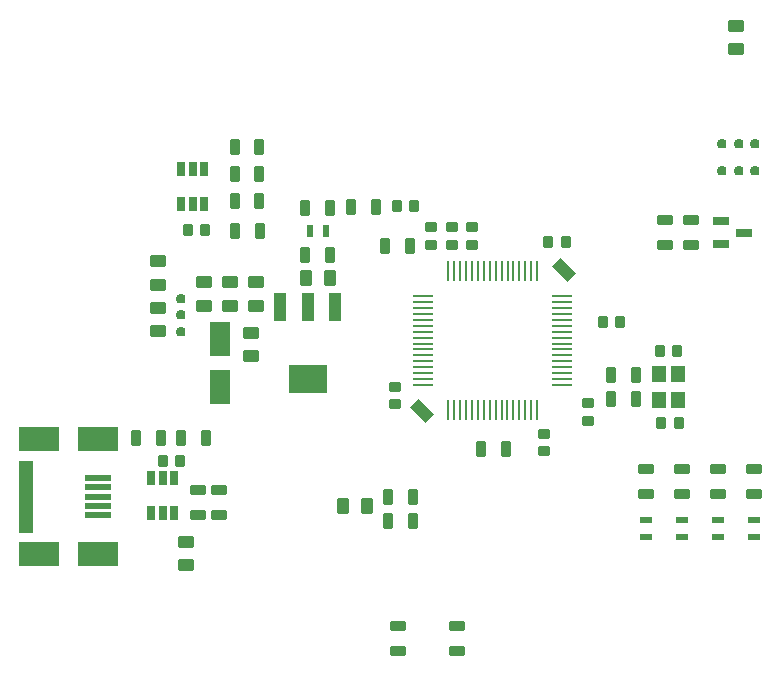
<source format=gbr>
%TF.GenerationSoftware,Altium Limited,Altium Designer,25.3.3 (18)*%
G04 Layer_Color=8421504*
%FSLAX45Y45*%
%MOMM*%
%TF.SameCoordinates,566CE66E-0970-42B3-A130-ADE81A1B3EF9*%
%TF.FilePolarity,Positive*%
%TF.FileFunction,Paste,Top*%
%TF.Part,Single*%
G01*
G75*
%TA.AperFunction,SMDPad,CuDef*%
G04:AMPARAMS|DCode=10|XSize=1.3mm|YSize=0.9mm|CornerRadius=0.09mm|HoleSize=0mm|Usage=FLASHONLY|Rotation=90.000|XOffset=0mm|YOffset=0mm|HoleType=Round|Shape=RoundedRectangle|*
%AMROUNDEDRECTD10*
21,1,1.30000,0.72000,0,0,90.0*
21,1,1.12000,0.90000,0,0,90.0*
1,1,0.18000,0.36000,0.56000*
1,1,0.18000,0.36000,-0.56000*
1,1,0.18000,-0.36000,-0.56000*
1,1,0.18000,-0.36000,0.56000*
%
%ADD10ROUNDEDRECTD10*%
G04:AMPARAMS|DCode=11|XSize=1.3mm|YSize=0.9mm|CornerRadius=0.09mm|HoleSize=0mm|Usage=FLASHONLY|Rotation=0.000|XOffset=0mm|YOffset=0mm|HoleType=Round|Shape=RoundedRectangle|*
%AMROUNDEDRECTD11*
21,1,1.30000,0.72000,0,0,0.0*
21,1,1.12000,0.90000,0,0,0.0*
1,1,0.18000,0.56000,-0.36000*
1,1,0.18000,-0.56000,-0.36000*
1,1,0.18000,-0.56000,0.36000*
1,1,0.18000,0.56000,0.36000*
%
%ADD11ROUNDEDRECTD11*%
G04:AMPARAMS|DCode=12|XSize=1.4mm|YSize=0.95mm|CornerRadius=0.095mm|HoleSize=0mm|Usage=FLASHONLY|Rotation=180.000|XOffset=0mm|YOffset=0mm|HoleType=Round|Shape=RoundedRectangle|*
%AMROUNDEDRECTD12*
21,1,1.40000,0.76000,0,0,180.0*
21,1,1.21000,0.95000,0,0,180.0*
1,1,0.19000,-0.60500,0.38000*
1,1,0.19000,0.60500,0.38000*
1,1,0.19000,0.60500,-0.38000*
1,1,0.19000,-0.60500,-0.38000*
%
%ADD12ROUNDEDRECTD12*%
G04:AMPARAMS|DCode=13|XSize=0.6mm|YSize=1.4mm|CornerRadius=0.06mm|HoleSize=0mm|Usage=FLASHONLY|Rotation=90.000|XOffset=0mm|YOffset=0mm|HoleType=Round|Shape=RoundedRectangle|*
%AMROUNDEDRECTD13*
21,1,0.60000,1.28000,0,0,90.0*
21,1,0.48000,1.40000,0,0,90.0*
1,1,0.12000,0.64000,0.24000*
1,1,0.12000,0.64000,-0.24000*
1,1,0.12000,-0.64000,-0.24000*
1,1,0.12000,-0.64000,0.24000*
%
%ADD13ROUNDEDRECTD13*%
G04:AMPARAMS|DCode=14|XSize=0.762mm|YSize=0.762mm|CornerRadius=0.1905mm|HoleSize=0mm|Usage=FLASHONLY|Rotation=90.000|XOffset=0mm|YOffset=0mm|HoleType=Round|Shape=RoundedRectangle|*
%AMROUNDEDRECTD14*
21,1,0.76200,0.38100,0,0,90.0*
21,1,0.38100,0.76200,0,0,90.0*
1,1,0.38100,0.19050,0.19050*
1,1,0.38100,0.19050,-0.19050*
1,1,0.38100,-0.19050,-0.19050*
1,1,0.38100,-0.19050,0.19050*
%
%ADD14ROUNDEDRECTD14*%
G04:AMPARAMS|DCode=15|XSize=0.95mm|YSize=0.85mm|CornerRadius=0.085mm|HoleSize=0mm|Usage=FLASHONLY|Rotation=90.000|XOffset=0mm|YOffset=0mm|HoleType=Round|Shape=RoundedRectangle|*
%AMROUNDEDRECTD15*
21,1,0.95000,0.68000,0,0,90.0*
21,1,0.78000,0.85000,0,0,90.0*
1,1,0.17000,0.34000,0.39000*
1,1,0.17000,0.34000,-0.39000*
1,1,0.17000,-0.34000,-0.39000*
1,1,0.17000,-0.34000,0.39000*
%
%ADD15ROUNDEDRECTD15*%
%ADD16R,0.65000X1.20000*%
G04:AMPARAMS|DCode=17|XSize=1mm|YSize=1.8mm|CornerRadius=0mm|HoleSize=0mm|Usage=FLASHONLY|Rotation=225.000|XOffset=0mm|YOffset=0mm|HoleType=Round|Shape=Rectangle|*
%AMROTATEDRECTD17*
4,1,4,-0.28284,0.98995,0.98995,-0.28284,0.28284,-0.98995,-0.98995,0.28284,-0.28284,0.98995,0.0*
%
%ADD17ROTATEDRECTD17*%

%ADD18R,0.22000X1.70000*%
%ADD19R,1.70000X0.22000*%
%ADD20R,1.00000X0.60000*%
G04:AMPARAMS|DCode=21|XSize=1.4mm|YSize=0.95mm|CornerRadius=0.095mm|HoleSize=0mm|Usage=FLASHONLY|Rotation=90.000|XOffset=0mm|YOffset=0mm|HoleType=Round|Shape=RoundedRectangle|*
%AMROUNDEDRECTD21*
21,1,1.40000,0.76000,0,0,90.0*
21,1,1.21000,0.95000,0,0,90.0*
1,1,0.19000,0.38000,0.60500*
1,1,0.19000,0.38000,-0.60500*
1,1,0.19000,-0.38000,-0.60500*
1,1,0.19000,-0.38000,0.60500*
%
%ADD21ROUNDEDRECTD21*%
G04:AMPARAMS|DCode=22|XSize=0.95mm|YSize=0.85mm|CornerRadius=0.085mm|HoleSize=0mm|Usage=FLASHONLY|Rotation=180.000|XOffset=0mm|YOffset=0mm|HoleType=Round|Shape=RoundedRectangle|*
%AMROUNDEDRECTD22*
21,1,0.95000,0.68000,0,0,180.0*
21,1,0.78000,0.85000,0,0,180.0*
1,1,0.17000,-0.39000,0.34000*
1,1,0.17000,0.39000,0.34000*
1,1,0.17000,0.39000,-0.34000*
1,1,0.17000,-0.39000,-0.34000*
%
%ADD22ROUNDEDRECTD22*%
%ADD23R,0.60000X1.00000*%
%ADD24R,1.70000X2.90000*%
%ADD25R,1.00000X2.35000*%
%ADD26R,3.30000X2.35000*%
G04:AMPARAMS|DCode=27|XSize=0.762mm|YSize=0.762mm|CornerRadius=0.1905mm|HoleSize=0mm|Usage=FLASHONLY|Rotation=180.000|XOffset=0mm|YOffset=0mm|HoleType=Round|Shape=RoundedRectangle|*
%AMROUNDEDRECTD27*
21,1,0.76200,0.38100,0,0,180.0*
21,1,0.38100,0.76200,0,0,180.0*
1,1,0.38100,-0.19050,0.19050*
1,1,0.38100,0.19050,0.19050*
1,1,0.38100,0.19050,-0.19050*
1,1,0.38100,-0.19050,-0.19050*
%
%ADD27ROUNDEDRECTD27*%
%ADD28R,1.15000X1.40000*%
%ADD29R,2.30000X0.50800*%
%ADD30R,3.50000X2.00000*%
%ADD31R,1.20000X6.20000*%
D10*
X4205000Y2210000D02*
D03*
X4415000D02*
D03*
X1879600Y2298700D02*
D03*
X1669600D02*
D03*
X1498600D02*
D03*
X1288600D02*
D03*
X2930000Y4250000D02*
D03*
X2720000D02*
D03*
X3318100Y4254500D02*
D03*
X3108100D02*
D03*
X3420000Y1600000D02*
D03*
X3630000D02*
D03*
X3420000Y1800000D02*
D03*
X3630000D02*
D03*
X3605000Y3925000D02*
D03*
X3395000D02*
D03*
X2930000Y3850000D02*
D03*
X2720000D02*
D03*
X2125000Y4050000D02*
D03*
X2335000D02*
D03*
X2120000Y4310000D02*
D03*
X2330000D02*
D03*
X2120000Y4535000D02*
D03*
X2330000D02*
D03*
X2120000Y4760000D02*
D03*
X2330000D02*
D03*
X5307800Y2832100D02*
D03*
X5517800D02*
D03*
X5307800Y2628900D02*
D03*
X5517800D02*
D03*
D11*
X5765800Y4143600D02*
D03*
Y3933600D02*
D03*
X5981700D02*
D03*
Y4143600D02*
D03*
X1808000Y1857600D02*
D03*
Y1647600D02*
D03*
X1985800Y1857600D02*
D03*
Y1647600D02*
D03*
X3500000Y495000D02*
D03*
Y705000D02*
D03*
X4000000Y495000D02*
D03*
Y705000D02*
D03*
X6517300Y2033300D02*
D03*
Y1823300D02*
D03*
X5602900Y2033300D02*
D03*
Y1823300D02*
D03*
X5907700Y2033300D02*
D03*
Y1823300D02*
D03*
X6212500Y2033300D02*
D03*
Y1823300D02*
D03*
D12*
X6362700Y5589600D02*
D03*
Y5789600D02*
D03*
X1710000Y1220000D02*
D03*
Y1420000D02*
D03*
X2260000Y2990000D02*
D03*
Y3190000D02*
D03*
X1473200Y3402000D02*
D03*
Y3202000D02*
D03*
X2080000Y3420000D02*
D03*
Y3620000D02*
D03*
X1860000Y3420000D02*
D03*
Y3620000D02*
D03*
X1473200Y3595700D02*
D03*
Y3795700D02*
D03*
X2300000Y3420000D02*
D03*
Y3620000D02*
D03*
D13*
X6242300Y3943600D02*
D03*
Y4133600D02*
D03*
X6432300Y4038600D02*
D03*
D14*
X1670000Y3200300D02*
D03*
Y3340000D02*
D03*
Y3479700D02*
D03*
D15*
X1727500Y4060000D02*
D03*
X1872500D02*
D03*
X1515000Y2108200D02*
D03*
X1660000D02*
D03*
X4777500Y3960000D02*
D03*
X4922500D02*
D03*
X5237500Y3280000D02*
D03*
X5382500D02*
D03*
X3496200Y4267200D02*
D03*
X3641200D02*
D03*
X5721300Y3035300D02*
D03*
X5866300D02*
D03*
X5879000Y2425700D02*
D03*
X5734000D02*
D03*
D16*
X1416300Y1668600D02*
D03*
X1511300D02*
D03*
X1606300D02*
D03*
Y1963600D02*
D03*
X1511300D02*
D03*
X1416300D02*
D03*
X1670300Y4279700D02*
D03*
X1765300D02*
D03*
X1860300D02*
D03*
Y4574700D02*
D03*
X1765300D02*
D03*
X1670300D02*
D03*
D17*
X4905300Y3724200D02*
D03*
X3705300Y2524200D02*
D03*
D18*
X3980650Y3714350D02*
D03*
X3930650D02*
D03*
X4030650D02*
D03*
X4230649D02*
D03*
X4180649D02*
D03*
X4280649D02*
D03*
X4080649D02*
D03*
X4130649D02*
D03*
X4530649D02*
D03*
X4480649D02*
D03*
X4580648D02*
D03*
X4380649D02*
D03*
X4330649D02*
D03*
X4430649D02*
D03*
X4680648D02*
D03*
X4630648D02*
D03*
X4079951Y2534050D02*
D03*
X4029951D02*
D03*
X4129951D02*
D03*
X3929951D02*
D03*
X3979951D02*
D03*
X4329950D02*
D03*
X4279951D02*
D03*
X4379950D02*
D03*
X4179951D02*
D03*
X4229951D02*
D03*
X4579950D02*
D03*
X4529950D02*
D03*
X4629950D02*
D03*
X4429950D02*
D03*
X4479950D02*
D03*
X4679950D02*
D03*
D19*
X3715150Y3249548D02*
D03*
Y3199549D02*
D03*
Y3299548D02*
D03*
Y3099549D02*
D03*
Y3149549D02*
D03*
Y3449548D02*
D03*
Y3399548D02*
D03*
Y3499548D02*
D03*
Y3349548D02*
D03*
X4895450Y3199549D02*
D03*
Y3149549D02*
D03*
Y3249548D02*
D03*
Y3099549D02*
D03*
Y3449548D02*
D03*
Y3399548D02*
D03*
Y3499548D02*
D03*
Y3299548D02*
D03*
Y3349548D02*
D03*
X3715150Y2949549D02*
D03*
Y2899549D02*
D03*
Y2999549D02*
D03*
Y2849549D02*
D03*
Y2799550D02*
D03*
Y3049549D02*
D03*
X3715150Y2749550D02*
D03*
X4895450Y2799549D02*
D03*
Y2849549D02*
D03*
Y2749550D02*
D03*
Y2999549D02*
D03*
Y2949549D02*
D03*
Y3049549D02*
D03*
Y2899549D02*
D03*
D20*
X6517300Y1604600D02*
D03*
Y1464600D02*
D03*
X5602900Y1604600D02*
D03*
Y1464600D02*
D03*
X5907700Y1604600D02*
D03*
Y1464600D02*
D03*
X6212500Y1604600D02*
D03*
Y1464600D02*
D03*
D21*
X3040000Y1720000D02*
D03*
X3240000D02*
D03*
X2725000Y3650000D02*
D03*
X2925000D02*
D03*
D22*
X4130000Y4082500D02*
D03*
Y3937500D02*
D03*
X3960000D02*
D03*
Y4082500D02*
D03*
X3780000Y3937500D02*
D03*
Y4082500D02*
D03*
X3480000Y2732500D02*
D03*
Y2587500D02*
D03*
X4740000Y2332500D02*
D03*
Y2187500D02*
D03*
X5110000Y2447500D02*
D03*
Y2592500D02*
D03*
D23*
X2755000Y4050000D02*
D03*
X2895000D02*
D03*
D24*
X1993900Y3133700D02*
D03*
Y2733700D02*
D03*
D25*
X2507503Y3404903D02*
D03*
X2967503D02*
D03*
X2737503D02*
D03*
D26*
Y2799903D02*
D03*
D27*
X6527800Y4787900D02*
D03*
X6388100D02*
D03*
X6248400D02*
D03*
X6527800Y4559300D02*
D03*
X6388100D02*
D03*
X6248400D02*
D03*
D28*
X5713800Y2620500D02*
D03*
Y2840500D02*
D03*
X5873800D02*
D03*
Y2620500D02*
D03*
D29*
X961200Y1963420D02*
D03*
Y1883410D02*
D03*
Y1803400D02*
D03*
Y1723390D02*
D03*
Y1643380D02*
D03*
D30*
X966200Y1318420D02*
D03*
Y2288420D02*
D03*
X466200Y1318420D02*
D03*
Y2288420D02*
D03*
D31*
X351200Y1803690D02*
D03*
%TF.MD5,9c05e401f0cb228dfad34cf459188f44*%
M02*

</source>
